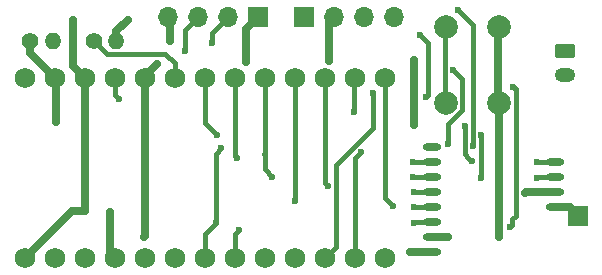
<source format=gbr>
%TF.GenerationSoftware,KiCad,Pcbnew,8.0.6-8.0.6-0~ubuntu24.04.1*%
%TF.CreationDate,2025-04-10T23:09:08-04:00*%
%TF.ProjectId,super-mini-mesh-kicad,73757065-722d-46d6-996e-692d6d657368,rev?*%
%TF.SameCoordinates,Original*%
%TF.FileFunction,Copper,L1,Top*%
%TF.FilePolarity,Positive*%
%FSLAX46Y46*%
G04 Gerber Fmt 4.6, Leading zero omitted, Abs format (unit mm)*
G04 Created by KiCad (PCBNEW 8.0.6-8.0.6-0~ubuntu24.04.1) date 2025-04-10 23:09:08*
%MOMM*%
%LPD*%
G01*
G04 APERTURE LIST*
G04 Aperture macros list*
%AMRoundRect*
0 Rectangle with rounded corners*
0 $1 Rounding radius*
0 $2 $3 $4 $5 $6 $7 $8 $9 X,Y pos of 4 corners*
0 Add a 4 corners polygon primitive as box body*
4,1,4,$2,$3,$4,$5,$6,$7,$8,$9,$2,$3,0*
0 Add four circle primitives for the rounded corners*
1,1,$1+$1,$2,$3*
1,1,$1+$1,$4,$5*
1,1,$1+$1,$6,$7*
1,1,$1+$1,$8,$9*
0 Add four rect primitives between the rounded corners*
20,1,$1+$1,$2,$3,$4,$5,0*
20,1,$1+$1,$4,$5,$6,$7,0*
20,1,$1+$1,$6,$7,$8,$9,0*
20,1,$1+$1,$8,$9,$2,$3,0*%
G04 Aperture macros list end*
%TA.AperFunction,ComponentPad*%
%ADD10RoundRect,0.250000X-0.625000X0.350000X-0.625000X-0.350000X0.625000X-0.350000X0.625000X0.350000X0*%
%TD*%
%TA.AperFunction,ComponentPad*%
%ADD11O,1.750000X1.200000*%
%TD*%
%TA.AperFunction,ComponentPad*%
%ADD12C,1.752600*%
%TD*%
%TA.AperFunction,ComponentPad*%
%ADD13C,2.000000*%
%TD*%
%TA.AperFunction,ComponentPad*%
%ADD14C,1.400000*%
%TD*%
%TA.AperFunction,ComponentPad*%
%ADD15O,1.400000X1.400000*%
%TD*%
%TA.AperFunction,ComponentPad*%
%ADD16R,1.700000X1.700000*%
%TD*%
%TA.AperFunction,ComponentPad*%
%ADD17O,1.700000X1.700000*%
%TD*%
%TA.AperFunction,SMDPad,CuDef*%
%ADD18RoundRect,0.300000X-0.500000X-0.000010X0.500000X-0.000010X0.500000X0.000010X-0.500000X0.000010X0*%
%TD*%
%TA.AperFunction,ViaPad*%
%ADD19C,0.600000*%
%TD*%
%TA.AperFunction,Conductor*%
%ADD20C,0.700000*%
%TD*%
%TA.AperFunction,Conductor*%
%ADD21C,0.400000*%
%TD*%
G04 APERTURE END LIST*
D10*
%TO.P,J1,1,Pin_1*%
%TO.N,BAT*%
X106700000Y-28400000D03*
D11*
%TO.P,J1,2,Pin_2*%
%TO.N,GND*%
X106700000Y-30400000D03*
%TD*%
D12*
%TO.P,U2,1,TX0/P0.06*%
%TO.N,unconnected-(U2-TX0{slash}P0.06-Pad1)*%
X63480000Y-45900000D03*
%TO.P,U2,2,RX1/P0.08*%
%TO.N,unconnected-(U2-RX1{slash}P0.08-Pad2)*%
X66020000Y-45900000D03*
%TO.P,U2,3,GND*%
%TO.N,GND*%
X68560000Y-45900000D03*
%TO.P,U2,4,GND*%
X71100000Y-45900000D03*
%TO.P,U2,5,P0.17*%
%TO.N,unconnected-(U2-P0.17-Pad5)*%
X73640000Y-45900000D03*
%TO.P,U2,6,P0.20*%
%TO.N,GPS_RX*%
X76180000Y-45900000D03*
%TO.P,U2,7,P0.22*%
%TO.N,GPS_TX*%
X78720000Y-45900000D03*
%TO.P,U2,8,P0.24*%
%TO.N,unconnected-(U2-P0.24-Pad8)*%
X81260000Y-45900000D03*
%TO.P,U2,9,P1.00*%
%TO.N,unconnected-(U2-P1.00-Pad9)*%
X83800000Y-45900000D03*
%TO.P,U2,10,P0.11*%
%TO.N,SCL*%
X86340000Y-45900000D03*
%TO.P,U2,11,P1.04*%
%TO.N,SDA*%
X88880000Y-45900000D03*
%TO.P,U2,12,P1.06*%
%TO.N,unconnected-(U2-P1.06-Pad12)*%
X91420000Y-45900000D03*
%TO.P,U2,13,NFC1/P0.09*%
%TO.N,LORA_RST*%
X91420000Y-30660000D03*
%TO.P,U2,14,NFC2/P0.10*%
%TO.N,DIO1*%
X88880000Y-30660000D03*
%TO.P,U2,15,P1.11*%
%TO.N,SCK*%
X86340000Y-30660000D03*
%TO.P,U2,16,P1.13*%
%TO.N,CS*%
X83800000Y-30660000D03*
%TO.P,U2,17,P1.15*%
%TO.N,MOSI*%
X81260000Y-30660000D03*
%TO.P,U2,18,AIN0/P0.02*%
%TO.N,MISO*%
X78720000Y-30660000D03*
%TO.P,U2,19,AIN5/P0.29*%
%TO.N,BUSY*%
X76180000Y-30660000D03*
%TO.P,U2,20,AIN7/P0.31*%
%TO.N,BATT_MEASURE*%
X73640000Y-30660000D03*
%TO.P,U2,21,VCC*%
%TO.N,3V3*%
X71100000Y-30660000D03*
%TO.P,U2,22,RST*%
%TO.N,MICRO_RST*%
X68560000Y-30660000D03*
%TO.P,U2,23,GND*%
%TO.N,GND*%
X66020000Y-30660000D03*
%TO.P,U2,24,BAT*%
%TO.N,BAT*%
X63480000Y-30660000D03*
%TO.P,U2,25,BAT*%
X60940000Y-30660000D03*
%TO.P,U2,26,GND*%
%TO.N,GND*%
X60940000Y-45900000D03*
%TD*%
D13*
%TO.P,SW1,1,1*%
%TO.N,MICRO_RST*%
X96600000Y-32800000D03*
X96600000Y-26300000D03*
%TO.P,SW1,2,2*%
%TO.N,GND*%
X101100000Y-32800000D03*
X101100000Y-26300000D03*
%TD*%
D14*
%TO.P,R1,1*%
%TO.N,BATT_MEASURE*%
X66795000Y-27500000D03*
D15*
%TO.P,R1,2*%
%TO.N,GND*%
X68695000Y-27500000D03*
%TD*%
D16*
%TO.P,J3,1,Pin_1*%
%TO.N,GND*%
X84600000Y-25500000D03*
D17*
%TO.P,J3,2,Pin_2*%
%TO.N,3V3*%
X87140000Y-25500000D03*
%TO.P,J3,3,Pin_3*%
%TO.N,SCL*%
X89680000Y-25500000D03*
%TO.P,J3,4,Pin_4*%
%TO.N,SDA*%
X92220000Y-25500000D03*
%TD*%
D14*
%TO.P,R2,1*%
%TO.N,BAT*%
X61395000Y-27500000D03*
D15*
%TO.P,R2,2*%
%TO.N,BATT_MEASURE*%
X63295000Y-27500000D03*
%TD*%
D18*
%TO.P,U1,1,RF_SW1*%
%TO.N,RF_SW1*%
X95400000Y-36520000D03*
%TO.P,U1,2,MISO*%
%TO.N,MISO*%
X95400000Y-37790000D03*
%TO.P,U1,3,MOSI*%
%TO.N,MOSI*%
X95400000Y-39060000D03*
%TO.P,U1,4,SCK*%
%TO.N,SCK*%
X95400000Y-40330000D03*
%TO.P,U1,5,RST*%
%TO.N,LORA_RST*%
X95400000Y-41600000D03*
%TO.P,U1,6,NSS*%
%TO.N,CS*%
X95400000Y-42870000D03*
%TO.P,U1,7,GND1*%
%TO.N,GND*%
X95400000Y-44140000D03*
%TO.P,U1,8,VCC*%
%TO.N,3V3*%
X95400000Y-45410000D03*
%TO.P,U1,9,ANT*%
%TO.N,ANT*%
X105800000Y-41600000D03*
%TO.P,U1,10,GND2*%
%TO.N,GND*%
X105800000Y-40330000D03*
%TO.P,U1,11,BUSY*%
%TO.N,BUSY*%
X105800000Y-39060000D03*
%TO.P,U1,12,DIO1*%
%TO.N,DIO1*%
X105800000Y-37790000D03*
%TD*%
D16*
%TO.P,J4,1,Pin_1*%
%TO.N,ANT*%
X107800000Y-42300000D03*
%TD*%
%TO.P,J2,1,Pin_1*%
%TO.N,3V3*%
X80700000Y-25500000D03*
D17*
%TO.P,J2,2,Pin_2*%
%TO.N,GPS_RX*%
X78160000Y-25500000D03*
%TO.P,J2,3,Pin_3*%
%TO.N,GPS_TX*%
X75620000Y-25500000D03*
%TO.P,J2,4,Pin_4*%
%TO.N,GND*%
X73080000Y-25500000D03*
%TD*%
D19*
%TO.N,GND*%
X101000000Y-28200000D03*
X73200000Y-27500000D03*
X66000000Y-41900000D03*
X101000000Y-30400000D03*
X69700000Y-25700000D03*
X68200000Y-42000000D03*
X101100000Y-44140000D03*
X103300000Y-40400000D03*
X65000000Y-25700000D03*
X96800000Y-44100000D03*
X101100000Y-40400000D03*
%TO.N,BAT*%
X63600000Y-34400000D03*
X93900000Y-34600000D03*
X93900000Y-29100000D03*
%TO.N,GPS_TX*%
X74500000Y-28383700D03*
X102000000Y-43300000D03*
X79100000Y-43500000D03*
X102300000Y-31400000D03*
%TO.N,GPS_RX*%
X96800000Y-36200000D03*
X77100000Y-42900000D03*
X97200000Y-29950000D03*
X77600000Y-36600000D03*
X76800000Y-27683700D03*
%TO.N,3V3*%
X72100000Y-29500000D03*
X86700000Y-29233700D03*
X93600000Y-45400000D03*
X79700000Y-29300000D03*
X71000000Y-44100000D03*
%TO.N,MICRO_RST*%
X68900000Y-32400000D03*
%TO.N,LORA_RST*%
X93900000Y-41600000D03*
X92100000Y-41500000D03*
%TO.N,BUSY*%
X104300000Y-39100000D03*
X77200000Y-35500000D03*
X99600000Y-35500000D03*
X99600000Y-39100000D03*
%TO.N,MOSI*%
X93800000Y-39000000D03*
X81900000Y-39000000D03*
%TO.N,MISO*%
X78900000Y-37400000D03*
X93800000Y-37800000D03*
%TO.N,DIO1*%
X98200000Y-34700000D03*
X104300000Y-37800000D03*
X98800000Y-37700000D03*
X88800000Y-33500000D03*
%TO.N,CS*%
X93900000Y-42900000D03*
X83800000Y-41100000D03*
%TO.N,SCK*%
X93900000Y-40300000D03*
X86600000Y-39800000D03*
%TO.N,SCL*%
X94900000Y-32300000D03*
X90400000Y-31900000D03*
X94400000Y-27000000D03*
%TO.N,SDA*%
X97600000Y-24900000D03*
X89400000Y-36900000D03*
X98900000Y-36400000D03*
%TD*%
D20*
%TO.N,ANT*%
X105800000Y-41600000D02*
X107100000Y-41600000D01*
X107100000Y-41600000D02*
X107800000Y-42300000D01*
%TO.N,GND*%
X101100000Y-40400000D02*
X101100000Y-44140000D01*
X73200000Y-27500000D02*
X73200000Y-25620000D01*
X103370000Y-40330000D02*
X103300000Y-40400000D01*
X101000000Y-32700000D02*
X101100000Y-32800000D01*
X64940000Y-41900000D02*
X66000000Y-41900000D01*
X105800000Y-40330000D02*
X103370000Y-40330000D01*
X101100000Y-32800000D02*
X101100000Y-40400000D01*
X68200000Y-45540000D02*
X68560000Y-45900000D01*
X96800000Y-44100000D02*
X95440000Y-44100000D01*
X68695000Y-27500000D02*
X68695000Y-26705000D01*
X101000000Y-26400000D02*
X101100000Y-26300000D01*
X66020000Y-30660000D02*
X66020000Y-41880000D01*
X60940000Y-45900000D02*
X64940000Y-41900000D01*
X101000000Y-28200000D02*
X101000000Y-32700000D01*
X66020000Y-41880000D02*
X66000000Y-41900000D01*
X68200000Y-42000000D02*
X68200000Y-45540000D01*
X65000000Y-25700000D02*
X65000000Y-29640000D01*
X68695000Y-26705000D02*
X69700000Y-25700000D01*
X95440000Y-44100000D02*
X95400000Y-44140000D01*
X65000000Y-29640000D02*
X66020000Y-30660000D01*
X84600000Y-25500000D02*
X84400000Y-25500000D01*
X73200000Y-25620000D02*
X73080000Y-25500000D01*
X101000000Y-28200000D02*
X101000000Y-26400000D01*
%TO.N,BAT*%
X93900000Y-29100000D02*
X93900000Y-34600000D01*
X63600000Y-30780000D02*
X63480000Y-30660000D01*
X61395000Y-28575000D02*
X63480000Y-30660000D01*
X63600000Y-34400000D02*
X63600000Y-30780000D01*
X61395000Y-27500000D02*
X61395000Y-28575000D01*
D21*
%TO.N,GPS_TX*%
X74500000Y-26620000D02*
X75620000Y-25500000D01*
X102200000Y-43100000D02*
X102200000Y-42600000D01*
X102200000Y-42600000D02*
X102500000Y-42300000D01*
X78720000Y-45900000D02*
X78720000Y-43880000D01*
X102500000Y-31600000D02*
X102300000Y-31400000D01*
X102000000Y-43300000D02*
X102200000Y-43100000D01*
X102500000Y-42300000D02*
X102500000Y-31600000D01*
X78720000Y-43880000D02*
X79100000Y-43500000D01*
X74500000Y-28383700D02*
X74500000Y-26620000D01*
%TO.N,GPS_RX*%
X98000000Y-30900000D02*
X98000000Y-30750000D01*
X77100000Y-37100000D02*
X77600000Y-36600000D01*
X76800000Y-26860000D02*
X78160000Y-25500000D01*
X77100000Y-42900000D02*
X77100000Y-37100000D01*
X98000000Y-30750000D02*
X97200000Y-29950000D01*
X96800000Y-34579899D02*
X98000000Y-33379899D01*
X76180000Y-43820000D02*
X77100000Y-42900000D01*
X76180000Y-45900000D02*
X76180000Y-43820000D01*
X96800000Y-36200000D02*
X96800000Y-34579899D01*
X76800000Y-27683700D02*
X76800000Y-26860000D01*
X98000000Y-33379899D02*
X98000000Y-30900000D01*
D20*
%TO.N,3V3*%
X95400000Y-45410000D02*
X94510000Y-45410000D01*
X79700000Y-28800000D02*
X79700000Y-29300000D01*
X71000000Y-44100000D02*
X71100000Y-44000000D01*
X79700000Y-26500000D02*
X80700000Y-25500000D01*
X86700000Y-25940000D02*
X87140000Y-25500000D01*
X71100000Y-30500000D02*
X72100000Y-29500000D01*
X71100000Y-30660000D02*
X71100000Y-30500000D01*
X86700000Y-29233700D02*
X86700000Y-25940000D01*
X79700000Y-28800000D02*
X79700000Y-26500000D01*
X71100000Y-44000000D02*
X71100000Y-30660000D01*
X94510000Y-45410000D02*
X93610000Y-45410000D01*
X93610000Y-45410000D02*
X93600000Y-45400000D01*
D21*
%TO.N,BATT_MEASURE*%
X67895000Y-28600000D02*
X66795000Y-27500000D01*
X73640000Y-30660000D02*
X73640000Y-29420725D01*
X72819275Y-28600000D02*
X67895000Y-28600000D01*
X73640000Y-29420725D02*
X72819275Y-28600000D01*
%TO.N,MICRO_RST*%
X96500000Y-26400000D02*
X96600000Y-26300000D01*
X96500000Y-32700000D02*
X96500000Y-26400000D01*
X96600000Y-32800000D02*
X96500000Y-32700000D01*
X68560000Y-30660000D02*
X68560000Y-32060000D01*
X68560000Y-32060000D02*
X68900000Y-32400000D01*
%TO.N,LORA_RST*%
X91420000Y-40820000D02*
X91420000Y-30660000D01*
X95400000Y-41600000D02*
X93900000Y-41600000D01*
X93900000Y-41600000D02*
X94000000Y-41600000D01*
X92100000Y-41500000D02*
X91420000Y-40820000D01*
%TO.N,BUSY*%
X77200000Y-35500000D02*
X76180000Y-34480000D01*
X104340000Y-39060000D02*
X104300000Y-39100000D01*
X76180000Y-34480000D02*
X76180000Y-30660000D01*
X105800000Y-39060000D02*
X104340000Y-39060000D01*
X99600000Y-39100000D02*
X99600000Y-35500000D01*
%TO.N,MOSI*%
X93860000Y-39060000D02*
X93800000Y-39000000D01*
X95400000Y-39060000D02*
X93860000Y-39060000D01*
X81260000Y-37040000D02*
X81260000Y-38360000D01*
X81200000Y-37100000D02*
X81260000Y-37040000D01*
X81260000Y-37040000D02*
X81260000Y-30660000D01*
X81260000Y-38360000D02*
X81900000Y-39000000D01*
%TO.N,MISO*%
X93810000Y-37790000D02*
X93800000Y-37800000D01*
X78720000Y-37220000D02*
X78720000Y-30660000D01*
X95400000Y-37790000D02*
X93810000Y-37790000D01*
X78900000Y-37400000D02*
X78720000Y-37220000D01*
%TO.N,DIO1*%
X98800000Y-37700000D02*
X98500000Y-37400000D01*
X98200000Y-37100000D02*
X98200000Y-34700000D01*
X105800000Y-37790000D02*
X104310000Y-37790000D01*
X88800000Y-33500000D02*
X88800000Y-30740000D01*
X104310000Y-37790000D02*
X104300000Y-37800000D01*
X88800000Y-30740000D02*
X88880000Y-30660000D01*
X98500000Y-37400000D02*
X98200000Y-37100000D01*
%TO.N,CS*%
X93930000Y-42870000D02*
X93900000Y-42900000D01*
X95400000Y-42870000D02*
X93930000Y-42870000D01*
X83800000Y-41100000D02*
X83800000Y-30660000D01*
%TO.N,SCK*%
X86340000Y-39540000D02*
X86340000Y-30660000D01*
X86600000Y-39800000D02*
X86340000Y-39540000D01*
X93930000Y-40330000D02*
X93900000Y-40300000D01*
X95400000Y-40330000D02*
X93930000Y-40330000D01*
%TO.N,SCL*%
X87300000Y-44940000D02*
X86340000Y-45900000D01*
X87300000Y-38010050D02*
X87300000Y-44940000D01*
X95100000Y-29300000D02*
X95100000Y-32100000D01*
X94400000Y-27000000D02*
X95100000Y-27700000D01*
X90400000Y-31900000D02*
X90400000Y-34910050D01*
X89680000Y-25500000D02*
X89700000Y-25500000D01*
X90400000Y-34910050D02*
X87300000Y-38010050D01*
X95100000Y-27700000D02*
X95100000Y-29300000D01*
X95100000Y-32100000D02*
X94900000Y-32300000D01*
%TO.N,SDA*%
X98900000Y-36400000D02*
X98900000Y-26200000D01*
X98900000Y-26200000D02*
X97600000Y-24900000D01*
X88880000Y-37420000D02*
X89400000Y-36900000D01*
X88880000Y-45900000D02*
X88880000Y-37420000D01*
%TD*%
M02*

</source>
